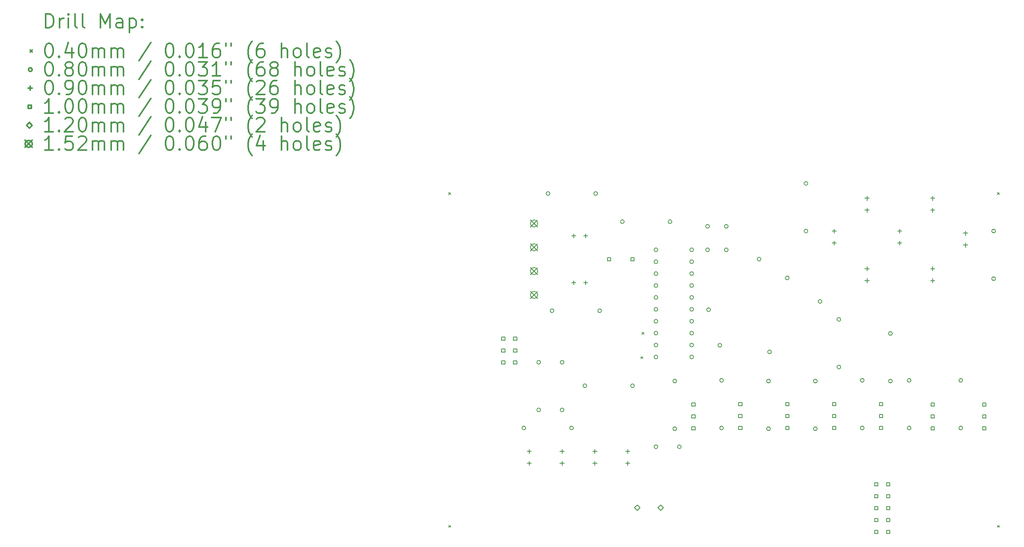
<source format=gbr>
%FSLAX45Y45*%
G04 Gerber Fmt 4.5, Leading zero omitted, Abs format (unit mm)*
G04 Created by KiCad (PCBNEW 5.1.8) date 2021-02-12 19:09:45*
%MOMM*%
%LPD*%
G01*
G04 APERTURE LIST*
%ADD10C,0.200000*%
%ADD11C,0.300000*%
G04 APERTURE END LIST*
D10*
X8880000Y-3980000D02*
X8920000Y-4020000D01*
X8920000Y-3980000D02*
X8880000Y-4020000D01*
X8880000Y-11080000D02*
X8920000Y-11120000D01*
X8920000Y-11080000D02*
X8880000Y-11120000D01*
X12980000Y-7480000D02*
X13020000Y-7520000D01*
X13020000Y-7480000D02*
X12980000Y-7520000D01*
X13002000Y-6958000D02*
X13042000Y-6998000D01*
X13042000Y-6958000D02*
X13002000Y-6998000D01*
X20580000Y-3980000D02*
X20620000Y-4020000D01*
X20620000Y-3980000D02*
X20580000Y-4020000D01*
X20580000Y-11080000D02*
X20620000Y-11120000D01*
X20620000Y-11080000D02*
X20580000Y-11120000D01*
X11824000Y-8100000D02*
G75*
G03*
X11824000Y-8100000I-40000J0D01*
G01*
X12840000Y-8100000D02*
G75*
G03*
X12840000Y-8100000I-40000J0D01*
G01*
X19840000Y-7984000D02*
G75*
G03*
X19840000Y-7984000I-40000J0D01*
G01*
X19840000Y-9000000D02*
G75*
G03*
X19840000Y-9000000I-40000J0D01*
G01*
X10840000Y-7600000D02*
G75*
G03*
X10840000Y-7600000I-40000J0D01*
G01*
X10840000Y-8616000D02*
G75*
G03*
X10840000Y-8616000I-40000J0D01*
G01*
X17740000Y-7984000D02*
G75*
G03*
X17740000Y-7984000I-40000J0D01*
G01*
X17740000Y-9000000D02*
G75*
G03*
X17740000Y-9000000I-40000J0D01*
G01*
X15740000Y-8000000D02*
G75*
G03*
X15740000Y-8000000I-40000J0D01*
G01*
X15740000Y-9016000D02*
G75*
G03*
X15740000Y-9016000I-40000J0D01*
G01*
X20540000Y-4800000D02*
G75*
G03*
X20540000Y-4800000I-40000J0D01*
G01*
X20540000Y-5816000D02*
G75*
G03*
X20540000Y-5816000I-40000J0D01*
G01*
X11340000Y-7600000D02*
G75*
G03*
X11340000Y-7600000I-40000J0D01*
G01*
X11340000Y-8616000D02*
G75*
G03*
X11340000Y-8616000I-40000J0D01*
G01*
X16540000Y-3784000D02*
G75*
G03*
X16540000Y-3784000I-40000J0D01*
G01*
X16540000Y-4800000D02*
G75*
G03*
X16540000Y-4800000I-40000J0D01*
G01*
X13340000Y-5200000D02*
G75*
G03*
X13340000Y-5200000I-40000J0D01*
G01*
X13340000Y-5454000D02*
G75*
G03*
X13340000Y-5454000I-40000J0D01*
G01*
X13340000Y-5708000D02*
G75*
G03*
X13340000Y-5708000I-40000J0D01*
G01*
X13340000Y-5962000D02*
G75*
G03*
X13340000Y-5962000I-40000J0D01*
G01*
X13340000Y-6216000D02*
G75*
G03*
X13340000Y-6216000I-40000J0D01*
G01*
X13340000Y-6470000D02*
G75*
G03*
X13340000Y-6470000I-40000J0D01*
G01*
X13340000Y-6724000D02*
G75*
G03*
X13340000Y-6724000I-40000J0D01*
G01*
X13340000Y-6978000D02*
G75*
G03*
X13340000Y-6978000I-40000J0D01*
G01*
X13340000Y-7232000D02*
G75*
G03*
X13340000Y-7232000I-40000J0D01*
G01*
X13340000Y-7486000D02*
G75*
G03*
X13340000Y-7486000I-40000J0D01*
G01*
X14102000Y-5200000D02*
G75*
G03*
X14102000Y-5200000I-40000J0D01*
G01*
X14102000Y-5454000D02*
G75*
G03*
X14102000Y-5454000I-40000J0D01*
G01*
X14102000Y-5708000D02*
G75*
G03*
X14102000Y-5708000I-40000J0D01*
G01*
X14102000Y-5962000D02*
G75*
G03*
X14102000Y-5962000I-40000J0D01*
G01*
X14102000Y-6216000D02*
G75*
G03*
X14102000Y-6216000I-40000J0D01*
G01*
X14102000Y-6470000D02*
G75*
G03*
X14102000Y-6470000I-40000J0D01*
G01*
X14102000Y-6724000D02*
G75*
G03*
X14102000Y-6724000I-40000J0D01*
G01*
X14102000Y-6978000D02*
G75*
G03*
X14102000Y-6978000I-40000J0D01*
G01*
X14102000Y-7232000D02*
G75*
G03*
X14102000Y-7232000I-40000J0D01*
G01*
X14102000Y-7486000D02*
G75*
G03*
X14102000Y-7486000I-40000J0D01*
G01*
X12624000Y-4600000D02*
G75*
G03*
X12624000Y-4600000I-40000J0D01*
G01*
X13640000Y-4600000D02*
G75*
G03*
X13640000Y-4600000I-40000J0D01*
G01*
X11040000Y-4000000D02*
G75*
G03*
X11040000Y-4000000I-40000J0D01*
G01*
X12056000Y-4000000D02*
G75*
G03*
X12056000Y-4000000I-40000J0D01*
G01*
X18740000Y-7984000D02*
G75*
G03*
X18740000Y-7984000I-40000J0D01*
G01*
X18740000Y-9000000D02*
G75*
G03*
X18740000Y-9000000I-40000J0D01*
G01*
X14462369Y-6477631D02*
G75*
G03*
X14462369Y-6477631I-40000J0D01*
G01*
X15540000Y-5400000D02*
G75*
G03*
X15540000Y-5400000I-40000J0D01*
G01*
X11124000Y-6500000D02*
G75*
G03*
X11124000Y-6500000I-40000J0D01*
G01*
X12140000Y-6500000D02*
G75*
G03*
X12140000Y-6500000I-40000J0D01*
G01*
X17240000Y-6684000D02*
G75*
G03*
X17240000Y-6684000I-40000J0D01*
G01*
X17240000Y-7700000D02*
G75*
G03*
X17240000Y-7700000I-40000J0D01*
G01*
X15762369Y-7377631D02*
G75*
G03*
X15762369Y-7377631I-40000J0D01*
G01*
X16840000Y-6300000D02*
G75*
G03*
X16840000Y-6300000I-40000J0D01*
G01*
X18340000Y-6984000D02*
G75*
G03*
X18340000Y-6984000I-40000J0D01*
G01*
X18340000Y-8000000D02*
G75*
G03*
X18340000Y-8000000I-40000J0D01*
G01*
X13740000Y-8000000D02*
G75*
G03*
X13740000Y-8000000I-40000J0D01*
G01*
X13740000Y-9016000D02*
G75*
G03*
X13740000Y-9016000I-40000J0D01*
G01*
X14840000Y-4700000D02*
G75*
G03*
X14840000Y-4700000I-40000J0D01*
G01*
X14840000Y-5200000D02*
G75*
G03*
X14840000Y-5200000I-40000J0D01*
G01*
X13340000Y-9400000D02*
G75*
G03*
X13340000Y-9400000I-40000J0D01*
G01*
X13840000Y-9400000D02*
G75*
G03*
X13840000Y-9400000I-40000J0D01*
G01*
X14740000Y-7984000D02*
G75*
G03*
X14740000Y-7984000I-40000J0D01*
G01*
X14740000Y-9000000D02*
G75*
G03*
X14740000Y-9000000I-40000J0D01*
G01*
X14440000Y-4700000D02*
G75*
G03*
X14440000Y-4700000I-40000J0D01*
G01*
X14440000Y-5200000D02*
G75*
G03*
X14440000Y-5200000I-40000J0D01*
G01*
X14703159Y-7236841D02*
G75*
G03*
X14703159Y-7236841I-40000J0D01*
G01*
X16140000Y-5800000D02*
G75*
G03*
X16140000Y-5800000I-40000J0D01*
G01*
X16740000Y-8000000D02*
G75*
G03*
X16740000Y-8000000I-40000J0D01*
G01*
X16740000Y-9016000D02*
G75*
G03*
X16740000Y-9016000I-40000J0D01*
G01*
X10524000Y-9000000D02*
G75*
G03*
X10524000Y-9000000I-40000J0D01*
G01*
X11540000Y-9000000D02*
G75*
G03*
X11540000Y-9000000I-40000J0D01*
G01*
X12000000Y-9455000D02*
X12000000Y-9545000D01*
X11955000Y-9500000D02*
X12045000Y-9500000D01*
X12000000Y-9709000D02*
X12000000Y-9799000D01*
X11955000Y-9754000D02*
X12045000Y-9754000D01*
X11546000Y-5855000D02*
X11546000Y-5945000D01*
X11501000Y-5900000D02*
X11591000Y-5900000D01*
X11800000Y-5855000D02*
X11800000Y-5945000D01*
X11755000Y-5900000D02*
X11845000Y-5900000D01*
X11546000Y-4855000D02*
X11546000Y-4945000D01*
X11501000Y-4900000D02*
X11591000Y-4900000D01*
X11800000Y-4855000D02*
X11800000Y-4945000D01*
X11755000Y-4900000D02*
X11845000Y-4900000D01*
X18500000Y-4755000D02*
X18500000Y-4845000D01*
X18455000Y-4800000D02*
X18545000Y-4800000D01*
X18500000Y-5009000D02*
X18500000Y-5099000D01*
X18455000Y-5054000D02*
X18545000Y-5054000D01*
X19200000Y-5555000D02*
X19200000Y-5645000D01*
X19155000Y-5600000D02*
X19245000Y-5600000D01*
X19200000Y-5809000D02*
X19200000Y-5899000D01*
X19155000Y-5854000D02*
X19245000Y-5854000D01*
X19900000Y-4801000D02*
X19900000Y-4891000D01*
X19855000Y-4846000D02*
X19945000Y-4846000D01*
X19900000Y-5055000D02*
X19900000Y-5145000D01*
X19855000Y-5100000D02*
X19945000Y-5100000D01*
X17100000Y-4755000D02*
X17100000Y-4845000D01*
X17055000Y-4800000D02*
X17145000Y-4800000D01*
X17100000Y-5009000D02*
X17100000Y-5099000D01*
X17055000Y-5054000D02*
X17145000Y-5054000D01*
X12700000Y-9455000D02*
X12700000Y-9545000D01*
X12655000Y-9500000D02*
X12745000Y-9500000D01*
X12700000Y-9709000D02*
X12700000Y-9799000D01*
X12655000Y-9754000D02*
X12745000Y-9754000D01*
X19200000Y-4055000D02*
X19200000Y-4145000D01*
X19155000Y-4100000D02*
X19245000Y-4100000D01*
X19200000Y-4309000D02*
X19200000Y-4399000D01*
X19155000Y-4354000D02*
X19245000Y-4354000D01*
X11300000Y-9455000D02*
X11300000Y-9545000D01*
X11255000Y-9500000D02*
X11345000Y-9500000D01*
X11300000Y-9709000D02*
X11300000Y-9799000D01*
X11255000Y-9754000D02*
X11345000Y-9754000D01*
X17800000Y-4055000D02*
X17800000Y-4145000D01*
X17755000Y-4100000D02*
X17845000Y-4100000D01*
X17800000Y-4309000D02*
X17800000Y-4399000D01*
X17755000Y-4354000D02*
X17845000Y-4354000D01*
X10600000Y-9455000D02*
X10600000Y-9545000D01*
X10555000Y-9500000D02*
X10645000Y-9500000D01*
X10600000Y-9709000D02*
X10600000Y-9799000D01*
X10555000Y-9754000D02*
X10645000Y-9754000D01*
X17800000Y-5555000D02*
X17800000Y-5645000D01*
X17755000Y-5600000D02*
X17845000Y-5600000D01*
X17800000Y-5809000D02*
X17800000Y-5899000D01*
X17755000Y-5854000D02*
X17845000Y-5854000D01*
X20335356Y-8535356D02*
X20335356Y-8464644D01*
X20264644Y-8464644D01*
X20264644Y-8535356D01*
X20335356Y-8535356D01*
X20335356Y-8789356D02*
X20335356Y-8718644D01*
X20264644Y-8718644D01*
X20264644Y-8789356D01*
X20335356Y-8789356D01*
X20335356Y-9043356D02*
X20335356Y-8972644D01*
X20264644Y-8972644D01*
X20264644Y-9043356D01*
X20335356Y-9043356D01*
X12335356Y-5435356D02*
X12335356Y-5364644D01*
X12264644Y-5364644D01*
X12264644Y-5435356D01*
X12335356Y-5435356D01*
X12835356Y-5435356D02*
X12835356Y-5364644D01*
X12764644Y-5364644D01*
X12764644Y-5435356D01*
X12835356Y-5435356D01*
X17135356Y-8527356D02*
X17135356Y-8456644D01*
X17064644Y-8456644D01*
X17064644Y-8527356D01*
X17135356Y-8527356D01*
X17135356Y-8781356D02*
X17135356Y-8710644D01*
X17064644Y-8710644D01*
X17064644Y-8781356D01*
X17135356Y-8781356D01*
X17135356Y-9035356D02*
X17135356Y-8964644D01*
X17064644Y-8964644D01*
X17064644Y-9035356D01*
X17135356Y-9035356D01*
X18035356Y-10235356D02*
X18035356Y-10164644D01*
X17964644Y-10164644D01*
X17964644Y-10235356D01*
X18035356Y-10235356D01*
X18035356Y-10489356D02*
X18035356Y-10418644D01*
X17964644Y-10418644D01*
X17964644Y-10489356D01*
X18035356Y-10489356D01*
X18035356Y-10743356D02*
X18035356Y-10672644D01*
X17964644Y-10672644D01*
X17964644Y-10743356D01*
X18035356Y-10743356D01*
X18035356Y-10997356D02*
X18035356Y-10926644D01*
X17964644Y-10926644D01*
X17964644Y-10997356D01*
X18035356Y-10997356D01*
X18035356Y-11251356D02*
X18035356Y-11180644D01*
X17964644Y-11180644D01*
X17964644Y-11251356D01*
X18035356Y-11251356D01*
X18289356Y-10235356D02*
X18289356Y-10164644D01*
X18218644Y-10164644D01*
X18218644Y-10235356D01*
X18289356Y-10235356D01*
X18289356Y-10489356D02*
X18289356Y-10418644D01*
X18218644Y-10418644D01*
X18218644Y-10489356D01*
X18289356Y-10489356D01*
X18289356Y-10743356D02*
X18289356Y-10672644D01*
X18218644Y-10672644D01*
X18218644Y-10743356D01*
X18289356Y-10743356D01*
X18289356Y-10997356D02*
X18289356Y-10926644D01*
X18218644Y-10926644D01*
X18218644Y-10997356D01*
X18289356Y-10997356D01*
X18289356Y-11251356D02*
X18289356Y-11180644D01*
X18218644Y-11180644D01*
X18218644Y-11251356D01*
X18289356Y-11251356D01*
X18135356Y-8527356D02*
X18135356Y-8456644D01*
X18064644Y-8456644D01*
X18064644Y-8527356D01*
X18135356Y-8527356D01*
X18135356Y-8781356D02*
X18135356Y-8710644D01*
X18064644Y-8710644D01*
X18064644Y-8781356D01*
X18135356Y-8781356D01*
X18135356Y-9035356D02*
X18135356Y-8964644D01*
X18064644Y-8964644D01*
X18064644Y-9035356D01*
X18135356Y-9035356D01*
X10081356Y-7127356D02*
X10081356Y-7056644D01*
X10010644Y-7056644D01*
X10010644Y-7127356D01*
X10081356Y-7127356D01*
X10081356Y-7381356D02*
X10081356Y-7310644D01*
X10010644Y-7310644D01*
X10010644Y-7381356D01*
X10081356Y-7381356D01*
X10081356Y-7635356D02*
X10081356Y-7564644D01*
X10010644Y-7564644D01*
X10010644Y-7635356D01*
X10081356Y-7635356D01*
X10335356Y-7127356D02*
X10335356Y-7056644D01*
X10264644Y-7056644D01*
X10264644Y-7127356D01*
X10335356Y-7127356D01*
X10335356Y-7381356D02*
X10335356Y-7310644D01*
X10264644Y-7310644D01*
X10264644Y-7381356D01*
X10335356Y-7381356D01*
X10335356Y-7635356D02*
X10335356Y-7564644D01*
X10264644Y-7564644D01*
X10264644Y-7635356D01*
X10335356Y-7635356D01*
X15135356Y-8527356D02*
X15135356Y-8456644D01*
X15064644Y-8456644D01*
X15064644Y-8527356D01*
X15135356Y-8527356D01*
X15135356Y-8781356D02*
X15135356Y-8710644D01*
X15064644Y-8710644D01*
X15064644Y-8781356D01*
X15135356Y-8781356D01*
X15135356Y-9035356D02*
X15135356Y-8964644D01*
X15064644Y-8964644D01*
X15064644Y-9035356D01*
X15135356Y-9035356D01*
X16135356Y-8527356D02*
X16135356Y-8456644D01*
X16064644Y-8456644D01*
X16064644Y-8527356D01*
X16135356Y-8527356D01*
X16135356Y-8781356D02*
X16135356Y-8710644D01*
X16064644Y-8710644D01*
X16064644Y-8781356D01*
X16135356Y-8781356D01*
X16135356Y-9035356D02*
X16135356Y-8964644D01*
X16064644Y-8964644D01*
X16064644Y-9035356D01*
X16135356Y-9035356D01*
X14135356Y-8535356D02*
X14135356Y-8464644D01*
X14064644Y-8464644D01*
X14064644Y-8535356D01*
X14135356Y-8535356D01*
X14135356Y-8789356D02*
X14135356Y-8718644D01*
X14064644Y-8718644D01*
X14064644Y-8789356D01*
X14135356Y-8789356D01*
X14135356Y-9043356D02*
X14135356Y-8972644D01*
X14064644Y-8972644D01*
X14064644Y-9043356D01*
X14135356Y-9043356D01*
X19235356Y-8535356D02*
X19235356Y-8464644D01*
X19164644Y-8464644D01*
X19164644Y-8535356D01*
X19235356Y-8535356D01*
X19235356Y-8789356D02*
X19235356Y-8718644D01*
X19164644Y-8718644D01*
X19164644Y-8789356D01*
X19235356Y-8789356D01*
X19235356Y-9043356D02*
X19235356Y-8972644D01*
X19164644Y-8972644D01*
X19164644Y-9043356D01*
X19235356Y-9043356D01*
X12900000Y-10760000D02*
X12960000Y-10700000D01*
X12900000Y-10640000D01*
X12840000Y-10700000D01*
X12900000Y-10760000D01*
X13400000Y-10760000D02*
X13460000Y-10700000D01*
X13400000Y-10640000D01*
X13340000Y-10700000D01*
X13400000Y-10760000D01*
X10626000Y-4562000D02*
X10778000Y-4714000D01*
X10778000Y-4562000D02*
X10626000Y-4714000D01*
X10778000Y-4638000D02*
G75*
G03*
X10778000Y-4638000I-76000J0D01*
G01*
X10626000Y-5070000D02*
X10778000Y-5222000D01*
X10778000Y-5070000D02*
X10626000Y-5222000D01*
X10778000Y-5146000D02*
G75*
G03*
X10778000Y-5146000I-76000J0D01*
G01*
X10626000Y-5578000D02*
X10778000Y-5730000D01*
X10778000Y-5578000D02*
X10626000Y-5730000D01*
X10778000Y-5654000D02*
G75*
G03*
X10778000Y-5654000I-76000J0D01*
G01*
X10626000Y-6086000D02*
X10778000Y-6238000D01*
X10778000Y-6086000D02*
X10626000Y-6238000D01*
X10778000Y-6162000D02*
G75*
G03*
X10778000Y-6162000I-76000J0D01*
G01*
D11*
X286429Y-465714D02*
X286429Y-165714D01*
X357857Y-165714D01*
X400714Y-180000D01*
X429286Y-208571D01*
X443571Y-237143D01*
X457857Y-294286D01*
X457857Y-337143D01*
X443571Y-394286D01*
X429286Y-422857D01*
X400714Y-451428D01*
X357857Y-465714D01*
X286429Y-465714D01*
X586429Y-465714D02*
X586429Y-265714D01*
X586429Y-322857D02*
X600714Y-294286D01*
X615000Y-280000D01*
X643571Y-265714D01*
X672143Y-265714D01*
X772143Y-465714D02*
X772143Y-265714D01*
X772143Y-165714D02*
X757857Y-180000D01*
X772143Y-194286D01*
X786428Y-180000D01*
X772143Y-165714D01*
X772143Y-194286D01*
X957857Y-465714D02*
X929286Y-451428D01*
X915000Y-422857D01*
X915000Y-165714D01*
X1115000Y-465714D02*
X1086429Y-451428D01*
X1072143Y-422857D01*
X1072143Y-165714D01*
X1457857Y-465714D02*
X1457857Y-165714D01*
X1557857Y-380000D01*
X1657857Y-165714D01*
X1657857Y-465714D01*
X1929286Y-465714D02*
X1929286Y-308571D01*
X1915000Y-280000D01*
X1886428Y-265714D01*
X1829286Y-265714D01*
X1800714Y-280000D01*
X1929286Y-451428D02*
X1900714Y-465714D01*
X1829286Y-465714D01*
X1800714Y-451428D01*
X1786428Y-422857D01*
X1786428Y-394286D01*
X1800714Y-365714D01*
X1829286Y-351428D01*
X1900714Y-351428D01*
X1929286Y-337143D01*
X2072143Y-265714D02*
X2072143Y-565714D01*
X2072143Y-280000D02*
X2100714Y-265714D01*
X2157857Y-265714D01*
X2186429Y-280000D01*
X2200714Y-294286D01*
X2215000Y-322857D01*
X2215000Y-408571D01*
X2200714Y-437143D01*
X2186429Y-451428D01*
X2157857Y-465714D01*
X2100714Y-465714D01*
X2072143Y-451428D01*
X2343571Y-437143D02*
X2357857Y-451428D01*
X2343571Y-465714D01*
X2329286Y-451428D01*
X2343571Y-437143D01*
X2343571Y-465714D01*
X2343571Y-280000D02*
X2357857Y-294286D01*
X2343571Y-308571D01*
X2329286Y-294286D01*
X2343571Y-280000D01*
X2343571Y-308571D01*
X-40000Y-940000D02*
X0Y-980000D01*
X0Y-940000D02*
X-40000Y-980000D01*
X343571Y-795714D02*
X372143Y-795714D01*
X400714Y-810000D01*
X415000Y-824286D01*
X429286Y-852857D01*
X443571Y-910000D01*
X443571Y-981428D01*
X429286Y-1038571D01*
X415000Y-1067143D01*
X400714Y-1081429D01*
X372143Y-1095714D01*
X343571Y-1095714D01*
X315000Y-1081429D01*
X300714Y-1067143D01*
X286429Y-1038571D01*
X272143Y-981428D01*
X272143Y-910000D01*
X286429Y-852857D01*
X300714Y-824286D01*
X315000Y-810000D01*
X343571Y-795714D01*
X572143Y-1067143D02*
X586429Y-1081429D01*
X572143Y-1095714D01*
X557857Y-1081429D01*
X572143Y-1067143D01*
X572143Y-1095714D01*
X843571Y-895714D02*
X843571Y-1095714D01*
X772143Y-781428D02*
X700714Y-995714D01*
X886428Y-995714D01*
X1057857Y-795714D02*
X1086429Y-795714D01*
X1115000Y-810000D01*
X1129286Y-824286D01*
X1143571Y-852857D01*
X1157857Y-910000D01*
X1157857Y-981428D01*
X1143571Y-1038571D01*
X1129286Y-1067143D01*
X1115000Y-1081429D01*
X1086429Y-1095714D01*
X1057857Y-1095714D01*
X1029286Y-1081429D01*
X1015000Y-1067143D01*
X1000714Y-1038571D01*
X986428Y-981428D01*
X986428Y-910000D01*
X1000714Y-852857D01*
X1015000Y-824286D01*
X1029286Y-810000D01*
X1057857Y-795714D01*
X1286429Y-1095714D02*
X1286429Y-895714D01*
X1286429Y-924286D02*
X1300714Y-910000D01*
X1329286Y-895714D01*
X1372143Y-895714D01*
X1400714Y-910000D01*
X1415000Y-938571D01*
X1415000Y-1095714D01*
X1415000Y-938571D02*
X1429286Y-910000D01*
X1457857Y-895714D01*
X1500714Y-895714D01*
X1529286Y-910000D01*
X1543571Y-938571D01*
X1543571Y-1095714D01*
X1686428Y-1095714D02*
X1686428Y-895714D01*
X1686428Y-924286D02*
X1700714Y-910000D01*
X1729286Y-895714D01*
X1772143Y-895714D01*
X1800714Y-910000D01*
X1815000Y-938571D01*
X1815000Y-1095714D01*
X1815000Y-938571D02*
X1829286Y-910000D01*
X1857857Y-895714D01*
X1900714Y-895714D01*
X1929286Y-910000D01*
X1943571Y-938571D01*
X1943571Y-1095714D01*
X2529286Y-781428D02*
X2272143Y-1167143D01*
X2915000Y-795714D02*
X2943571Y-795714D01*
X2972143Y-810000D01*
X2986428Y-824286D01*
X3000714Y-852857D01*
X3015000Y-910000D01*
X3015000Y-981428D01*
X3000714Y-1038571D01*
X2986428Y-1067143D01*
X2972143Y-1081429D01*
X2943571Y-1095714D01*
X2915000Y-1095714D01*
X2886428Y-1081429D01*
X2872143Y-1067143D01*
X2857857Y-1038571D01*
X2843571Y-981428D01*
X2843571Y-910000D01*
X2857857Y-852857D01*
X2872143Y-824286D01*
X2886428Y-810000D01*
X2915000Y-795714D01*
X3143571Y-1067143D02*
X3157857Y-1081429D01*
X3143571Y-1095714D01*
X3129286Y-1081429D01*
X3143571Y-1067143D01*
X3143571Y-1095714D01*
X3343571Y-795714D02*
X3372143Y-795714D01*
X3400714Y-810000D01*
X3415000Y-824286D01*
X3429286Y-852857D01*
X3443571Y-910000D01*
X3443571Y-981428D01*
X3429286Y-1038571D01*
X3415000Y-1067143D01*
X3400714Y-1081429D01*
X3372143Y-1095714D01*
X3343571Y-1095714D01*
X3315000Y-1081429D01*
X3300714Y-1067143D01*
X3286428Y-1038571D01*
X3272143Y-981428D01*
X3272143Y-910000D01*
X3286428Y-852857D01*
X3300714Y-824286D01*
X3315000Y-810000D01*
X3343571Y-795714D01*
X3729286Y-1095714D02*
X3557857Y-1095714D01*
X3643571Y-1095714D02*
X3643571Y-795714D01*
X3615000Y-838571D01*
X3586428Y-867143D01*
X3557857Y-881428D01*
X3986428Y-795714D02*
X3929286Y-795714D01*
X3900714Y-810000D01*
X3886428Y-824286D01*
X3857857Y-867143D01*
X3843571Y-924286D01*
X3843571Y-1038571D01*
X3857857Y-1067143D01*
X3872143Y-1081429D01*
X3900714Y-1095714D01*
X3957857Y-1095714D01*
X3986428Y-1081429D01*
X4000714Y-1067143D01*
X4015000Y-1038571D01*
X4015000Y-967143D01*
X4000714Y-938571D01*
X3986428Y-924286D01*
X3957857Y-910000D01*
X3900714Y-910000D01*
X3872143Y-924286D01*
X3857857Y-938571D01*
X3843571Y-967143D01*
X4129286Y-795714D02*
X4129286Y-852857D01*
X4243571Y-795714D02*
X4243571Y-852857D01*
X4686429Y-1210000D02*
X4672143Y-1195714D01*
X4643571Y-1152857D01*
X4629286Y-1124286D01*
X4615000Y-1081429D01*
X4600714Y-1010000D01*
X4600714Y-952857D01*
X4615000Y-881428D01*
X4629286Y-838571D01*
X4643571Y-810000D01*
X4672143Y-767143D01*
X4686429Y-752857D01*
X4929286Y-795714D02*
X4872143Y-795714D01*
X4843571Y-810000D01*
X4829286Y-824286D01*
X4800714Y-867143D01*
X4786429Y-924286D01*
X4786429Y-1038571D01*
X4800714Y-1067143D01*
X4815000Y-1081429D01*
X4843571Y-1095714D01*
X4900714Y-1095714D01*
X4929286Y-1081429D01*
X4943571Y-1067143D01*
X4957857Y-1038571D01*
X4957857Y-967143D01*
X4943571Y-938571D01*
X4929286Y-924286D01*
X4900714Y-910000D01*
X4843571Y-910000D01*
X4815000Y-924286D01*
X4800714Y-938571D01*
X4786429Y-967143D01*
X5315000Y-1095714D02*
X5315000Y-795714D01*
X5443571Y-1095714D02*
X5443571Y-938571D01*
X5429286Y-910000D01*
X5400714Y-895714D01*
X5357857Y-895714D01*
X5329286Y-910000D01*
X5315000Y-924286D01*
X5629286Y-1095714D02*
X5600714Y-1081429D01*
X5586429Y-1067143D01*
X5572143Y-1038571D01*
X5572143Y-952857D01*
X5586429Y-924286D01*
X5600714Y-910000D01*
X5629286Y-895714D01*
X5672143Y-895714D01*
X5700714Y-910000D01*
X5715000Y-924286D01*
X5729286Y-952857D01*
X5729286Y-1038571D01*
X5715000Y-1067143D01*
X5700714Y-1081429D01*
X5672143Y-1095714D01*
X5629286Y-1095714D01*
X5900714Y-1095714D02*
X5872143Y-1081429D01*
X5857857Y-1052857D01*
X5857857Y-795714D01*
X6129286Y-1081429D02*
X6100714Y-1095714D01*
X6043571Y-1095714D01*
X6015000Y-1081429D01*
X6000714Y-1052857D01*
X6000714Y-938571D01*
X6015000Y-910000D01*
X6043571Y-895714D01*
X6100714Y-895714D01*
X6129286Y-910000D01*
X6143571Y-938571D01*
X6143571Y-967143D01*
X6000714Y-995714D01*
X6257857Y-1081429D02*
X6286428Y-1095714D01*
X6343571Y-1095714D01*
X6372143Y-1081429D01*
X6386428Y-1052857D01*
X6386428Y-1038571D01*
X6372143Y-1010000D01*
X6343571Y-995714D01*
X6300714Y-995714D01*
X6272143Y-981428D01*
X6257857Y-952857D01*
X6257857Y-938571D01*
X6272143Y-910000D01*
X6300714Y-895714D01*
X6343571Y-895714D01*
X6372143Y-910000D01*
X6486428Y-1210000D02*
X6500714Y-1195714D01*
X6529286Y-1152857D01*
X6543571Y-1124286D01*
X6557857Y-1081429D01*
X6572143Y-1010000D01*
X6572143Y-952857D01*
X6557857Y-881428D01*
X6543571Y-838571D01*
X6529286Y-810000D01*
X6500714Y-767143D01*
X6486428Y-752857D01*
X0Y-1356000D02*
G75*
G03*
X0Y-1356000I-40000J0D01*
G01*
X343571Y-1191714D02*
X372143Y-1191714D01*
X400714Y-1206000D01*
X415000Y-1220286D01*
X429286Y-1248857D01*
X443571Y-1306000D01*
X443571Y-1377429D01*
X429286Y-1434571D01*
X415000Y-1463143D01*
X400714Y-1477428D01*
X372143Y-1491714D01*
X343571Y-1491714D01*
X315000Y-1477428D01*
X300714Y-1463143D01*
X286429Y-1434571D01*
X272143Y-1377429D01*
X272143Y-1306000D01*
X286429Y-1248857D01*
X300714Y-1220286D01*
X315000Y-1206000D01*
X343571Y-1191714D01*
X572143Y-1463143D02*
X586429Y-1477428D01*
X572143Y-1491714D01*
X557857Y-1477428D01*
X572143Y-1463143D01*
X572143Y-1491714D01*
X757857Y-1320286D02*
X729286Y-1306000D01*
X715000Y-1291714D01*
X700714Y-1263143D01*
X700714Y-1248857D01*
X715000Y-1220286D01*
X729286Y-1206000D01*
X757857Y-1191714D01*
X815000Y-1191714D01*
X843571Y-1206000D01*
X857857Y-1220286D01*
X872143Y-1248857D01*
X872143Y-1263143D01*
X857857Y-1291714D01*
X843571Y-1306000D01*
X815000Y-1320286D01*
X757857Y-1320286D01*
X729286Y-1334571D01*
X715000Y-1348857D01*
X700714Y-1377429D01*
X700714Y-1434571D01*
X715000Y-1463143D01*
X729286Y-1477428D01*
X757857Y-1491714D01*
X815000Y-1491714D01*
X843571Y-1477428D01*
X857857Y-1463143D01*
X872143Y-1434571D01*
X872143Y-1377429D01*
X857857Y-1348857D01*
X843571Y-1334571D01*
X815000Y-1320286D01*
X1057857Y-1191714D02*
X1086429Y-1191714D01*
X1115000Y-1206000D01*
X1129286Y-1220286D01*
X1143571Y-1248857D01*
X1157857Y-1306000D01*
X1157857Y-1377429D01*
X1143571Y-1434571D01*
X1129286Y-1463143D01*
X1115000Y-1477428D01*
X1086429Y-1491714D01*
X1057857Y-1491714D01*
X1029286Y-1477428D01*
X1015000Y-1463143D01*
X1000714Y-1434571D01*
X986428Y-1377429D01*
X986428Y-1306000D01*
X1000714Y-1248857D01*
X1015000Y-1220286D01*
X1029286Y-1206000D01*
X1057857Y-1191714D01*
X1286429Y-1491714D02*
X1286429Y-1291714D01*
X1286429Y-1320286D02*
X1300714Y-1306000D01*
X1329286Y-1291714D01*
X1372143Y-1291714D01*
X1400714Y-1306000D01*
X1415000Y-1334571D01*
X1415000Y-1491714D01*
X1415000Y-1334571D02*
X1429286Y-1306000D01*
X1457857Y-1291714D01*
X1500714Y-1291714D01*
X1529286Y-1306000D01*
X1543571Y-1334571D01*
X1543571Y-1491714D01*
X1686428Y-1491714D02*
X1686428Y-1291714D01*
X1686428Y-1320286D02*
X1700714Y-1306000D01*
X1729286Y-1291714D01*
X1772143Y-1291714D01*
X1800714Y-1306000D01*
X1815000Y-1334571D01*
X1815000Y-1491714D01*
X1815000Y-1334571D02*
X1829286Y-1306000D01*
X1857857Y-1291714D01*
X1900714Y-1291714D01*
X1929286Y-1306000D01*
X1943571Y-1334571D01*
X1943571Y-1491714D01*
X2529286Y-1177429D02*
X2272143Y-1563143D01*
X2915000Y-1191714D02*
X2943571Y-1191714D01*
X2972143Y-1206000D01*
X2986428Y-1220286D01*
X3000714Y-1248857D01*
X3015000Y-1306000D01*
X3015000Y-1377429D01*
X3000714Y-1434571D01*
X2986428Y-1463143D01*
X2972143Y-1477428D01*
X2943571Y-1491714D01*
X2915000Y-1491714D01*
X2886428Y-1477428D01*
X2872143Y-1463143D01*
X2857857Y-1434571D01*
X2843571Y-1377429D01*
X2843571Y-1306000D01*
X2857857Y-1248857D01*
X2872143Y-1220286D01*
X2886428Y-1206000D01*
X2915000Y-1191714D01*
X3143571Y-1463143D02*
X3157857Y-1477428D01*
X3143571Y-1491714D01*
X3129286Y-1477428D01*
X3143571Y-1463143D01*
X3143571Y-1491714D01*
X3343571Y-1191714D02*
X3372143Y-1191714D01*
X3400714Y-1206000D01*
X3415000Y-1220286D01*
X3429286Y-1248857D01*
X3443571Y-1306000D01*
X3443571Y-1377429D01*
X3429286Y-1434571D01*
X3415000Y-1463143D01*
X3400714Y-1477428D01*
X3372143Y-1491714D01*
X3343571Y-1491714D01*
X3315000Y-1477428D01*
X3300714Y-1463143D01*
X3286428Y-1434571D01*
X3272143Y-1377429D01*
X3272143Y-1306000D01*
X3286428Y-1248857D01*
X3300714Y-1220286D01*
X3315000Y-1206000D01*
X3343571Y-1191714D01*
X3543571Y-1191714D02*
X3729286Y-1191714D01*
X3629286Y-1306000D01*
X3672143Y-1306000D01*
X3700714Y-1320286D01*
X3715000Y-1334571D01*
X3729286Y-1363143D01*
X3729286Y-1434571D01*
X3715000Y-1463143D01*
X3700714Y-1477428D01*
X3672143Y-1491714D01*
X3586428Y-1491714D01*
X3557857Y-1477428D01*
X3543571Y-1463143D01*
X4015000Y-1491714D02*
X3843571Y-1491714D01*
X3929286Y-1491714D02*
X3929286Y-1191714D01*
X3900714Y-1234571D01*
X3872143Y-1263143D01*
X3843571Y-1277429D01*
X4129286Y-1191714D02*
X4129286Y-1248857D01*
X4243571Y-1191714D02*
X4243571Y-1248857D01*
X4686429Y-1606000D02*
X4672143Y-1591714D01*
X4643571Y-1548857D01*
X4629286Y-1520286D01*
X4615000Y-1477428D01*
X4600714Y-1406000D01*
X4600714Y-1348857D01*
X4615000Y-1277429D01*
X4629286Y-1234571D01*
X4643571Y-1206000D01*
X4672143Y-1163143D01*
X4686429Y-1148857D01*
X4929286Y-1191714D02*
X4872143Y-1191714D01*
X4843571Y-1206000D01*
X4829286Y-1220286D01*
X4800714Y-1263143D01*
X4786429Y-1320286D01*
X4786429Y-1434571D01*
X4800714Y-1463143D01*
X4815000Y-1477428D01*
X4843571Y-1491714D01*
X4900714Y-1491714D01*
X4929286Y-1477428D01*
X4943571Y-1463143D01*
X4957857Y-1434571D01*
X4957857Y-1363143D01*
X4943571Y-1334571D01*
X4929286Y-1320286D01*
X4900714Y-1306000D01*
X4843571Y-1306000D01*
X4815000Y-1320286D01*
X4800714Y-1334571D01*
X4786429Y-1363143D01*
X5129286Y-1320286D02*
X5100714Y-1306000D01*
X5086429Y-1291714D01*
X5072143Y-1263143D01*
X5072143Y-1248857D01*
X5086429Y-1220286D01*
X5100714Y-1206000D01*
X5129286Y-1191714D01*
X5186429Y-1191714D01*
X5215000Y-1206000D01*
X5229286Y-1220286D01*
X5243571Y-1248857D01*
X5243571Y-1263143D01*
X5229286Y-1291714D01*
X5215000Y-1306000D01*
X5186429Y-1320286D01*
X5129286Y-1320286D01*
X5100714Y-1334571D01*
X5086429Y-1348857D01*
X5072143Y-1377429D01*
X5072143Y-1434571D01*
X5086429Y-1463143D01*
X5100714Y-1477428D01*
X5129286Y-1491714D01*
X5186429Y-1491714D01*
X5215000Y-1477428D01*
X5229286Y-1463143D01*
X5243571Y-1434571D01*
X5243571Y-1377429D01*
X5229286Y-1348857D01*
X5215000Y-1334571D01*
X5186429Y-1320286D01*
X5600714Y-1491714D02*
X5600714Y-1191714D01*
X5729286Y-1491714D02*
X5729286Y-1334571D01*
X5715000Y-1306000D01*
X5686428Y-1291714D01*
X5643571Y-1291714D01*
X5615000Y-1306000D01*
X5600714Y-1320286D01*
X5915000Y-1491714D02*
X5886428Y-1477428D01*
X5872143Y-1463143D01*
X5857857Y-1434571D01*
X5857857Y-1348857D01*
X5872143Y-1320286D01*
X5886428Y-1306000D01*
X5915000Y-1291714D01*
X5957857Y-1291714D01*
X5986428Y-1306000D01*
X6000714Y-1320286D01*
X6015000Y-1348857D01*
X6015000Y-1434571D01*
X6000714Y-1463143D01*
X5986428Y-1477428D01*
X5957857Y-1491714D01*
X5915000Y-1491714D01*
X6186428Y-1491714D02*
X6157857Y-1477428D01*
X6143571Y-1448857D01*
X6143571Y-1191714D01*
X6415000Y-1477428D02*
X6386428Y-1491714D01*
X6329286Y-1491714D01*
X6300714Y-1477428D01*
X6286428Y-1448857D01*
X6286428Y-1334571D01*
X6300714Y-1306000D01*
X6329286Y-1291714D01*
X6386428Y-1291714D01*
X6415000Y-1306000D01*
X6429286Y-1334571D01*
X6429286Y-1363143D01*
X6286428Y-1391714D01*
X6543571Y-1477428D02*
X6572143Y-1491714D01*
X6629286Y-1491714D01*
X6657857Y-1477428D01*
X6672143Y-1448857D01*
X6672143Y-1434571D01*
X6657857Y-1406000D01*
X6629286Y-1391714D01*
X6586428Y-1391714D01*
X6557857Y-1377429D01*
X6543571Y-1348857D01*
X6543571Y-1334571D01*
X6557857Y-1306000D01*
X6586428Y-1291714D01*
X6629286Y-1291714D01*
X6657857Y-1306000D01*
X6772143Y-1606000D02*
X6786428Y-1591714D01*
X6815000Y-1548857D01*
X6829286Y-1520286D01*
X6843571Y-1477428D01*
X6857857Y-1406000D01*
X6857857Y-1348857D01*
X6843571Y-1277429D01*
X6829286Y-1234571D01*
X6815000Y-1206000D01*
X6786428Y-1163143D01*
X6772143Y-1148857D01*
X-45000Y-1707000D02*
X-45000Y-1797000D01*
X-90000Y-1752000D02*
X0Y-1752000D01*
X343571Y-1587714D02*
X372143Y-1587714D01*
X400714Y-1602000D01*
X415000Y-1616286D01*
X429286Y-1644857D01*
X443571Y-1702000D01*
X443571Y-1773428D01*
X429286Y-1830571D01*
X415000Y-1859143D01*
X400714Y-1873428D01*
X372143Y-1887714D01*
X343571Y-1887714D01*
X315000Y-1873428D01*
X300714Y-1859143D01*
X286429Y-1830571D01*
X272143Y-1773428D01*
X272143Y-1702000D01*
X286429Y-1644857D01*
X300714Y-1616286D01*
X315000Y-1602000D01*
X343571Y-1587714D01*
X572143Y-1859143D02*
X586429Y-1873428D01*
X572143Y-1887714D01*
X557857Y-1873428D01*
X572143Y-1859143D01*
X572143Y-1887714D01*
X729286Y-1887714D02*
X786428Y-1887714D01*
X815000Y-1873428D01*
X829286Y-1859143D01*
X857857Y-1816286D01*
X872143Y-1759143D01*
X872143Y-1644857D01*
X857857Y-1616286D01*
X843571Y-1602000D01*
X815000Y-1587714D01*
X757857Y-1587714D01*
X729286Y-1602000D01*
X715000Y-1616286D01*
X700714Y-1644857D01*
X700714Y-1716286D01*
X715000Y-1744857D01*
X729286Y-1759143D01*
X757857Y-1773428D01*
X815000Y-1773428D01*
X843571Y-1759143D01*
X857857Y-1744857D01*
X872143Y-1716286D01*
X1057857Y-1587714D02*
X1086429Y-1587714D01*
X1115000Y-1602000D01*
X1129286Y-1616286D01*
X1143571Y-1644857D01*
X1157857Y-1702000D01*
X1157857Y-1773428D01*
X1143571Y-1830571D01*
X1129286Y-1859143D01*
X1115000Y-1873428D01*
X1086429Y-1887714D01*
X1057857Y-1887714D01*
X1029286Y-1873428D01*
X1015000Y-1859143D01*
X1000714Y-1830571D01*
X986428Y-1773428D01*
X986428Y-1702000D01*
X1000714Y-1644857D01*
X1015000Y-1616286D01*
X1029286Y-1602000D01*
X1057857Y-1587714D01*
X1286429Y-1887714D02*
X1286429Y-1687714D01*
X1286429Y-1716286D02*
X1300714Y-1702000D01*
X1329286Y-1687714D01*
X1372143Y-1687714D01*
X1400714Y-1702000D01*
X1415000Y-1730571D01*
X1415000Y-1887714D01*
X1415000Y-1730571D02*
X1429286Y-1702000D01*
X1457857Y-1687714D01*
X1500714Y-1687714D01*
X1529286Y-1702000D01*
X1543571Y-1730571D01*
X1543571Y-1887714D01*
X1686428Y-1887714D02*
X1686428Y-1687714D01*
X1686428Y-1716286D02*
X1700714Y-1702000D01*
X1729286Y-1687714D01*
X1772143Y-1687714D01*
X1800714Y-1702000D01*
X1815000Y-1730571D01*
X1815000Y-1887714D01*
X1815000Y-1730571D02*
X1829286Y-1702000D01*
X1857857Y-1687714D01*
X1900714Y-1687714D01*
X1929286Y-1702000D01*
X1943571Y-1730571D01*
X1943571Y-1887714D01*
X2529286Y-1573428D02*
X2272143Y-1959143D01*
X2915000Y-1587714D02*
X2943571Y-1587714D01*
X2972143Y-1602000D01*
X2986428Y-1616286D01*
X3000714Y-1644857D01*
X3015000Y-1702000D01*
X3015000Y-1773428D01*
X3000714Y-1830571D01*
X2986428Y-1859143D01*
X2972143Y-1873428D01*
X2943571Y-1887714D01*
X2915000Y-1887714D01*
X2886428Y-1873428D01*
X2872143Y-1859143D01*
X2857857Y-1830571D01*
X2843571Y-1773428D01*
X2843571Y-1702000D01*
X2857857Y-1644857D01*
X2872143Y-1616286D01*
X2886428Y-1602000D01*
X2915000Y-1587714D01*
X3143571Y-1859143D02*
X3157857Y-1873428D01*
X3143571Y-1887714D01*
X3129286Y-1873428D01*
X3143571Y-1859143D01*
X3143571Y-1887714D01*
X3343571Y-1587714D02*
X3372143Y-1587714D01*
X3400714Y-1602000D01*
X3415000Y-1616286D01*
X3429286Y-1644857D01*
X3443571Y-1702000D01*
X3443571Y-1773428D01*
X3429286Y-1830571D01*
X3415000Y-1859143D01*
X3400714Y-1873428D01*
X3372143Y-1887714D01*
X3343571Y-1887714D01*
X3315000Y-1873428D01*
X3300714Y-1859143D01*
X3286428Y-1830571D01*
X3272143Y-1773428D01*
X3272143Y-1702000D01*
X3286428Y-1644857D01*
X3300714Y-1616286D01*
X3315000Y-1602000D01*
X3343571Y-1587714D01*
X3543571Y-1587714D02*
X3729286Y-1587714D01*
X3629286Y-1702000D01*
X3672143Y-1702000D01*
X3700714Y-1716286D01*
X3715000Y-1730571D01*
X3729286Y-1759143D01*
X3729286Y-1830571D01*
X3715000Y-1859143D01*
X3700714Y-1873428D01*
X3672143Y-1887714D01*
X3586428Y-1887714D01*
X3557857Y-1873428D01*
X3543571Y-1859143D01*
X4000714Y-1587714D02*
X3857857Y-1587714D01*
X3843571Y-1730571D01*
X3857857Y-1716286D01*
X3886428Y-1702000D01*
X3957857Y-1702000D01*
X3986428Y-1716286D01*
X4000714Y-1730571D01*
X4015000Y-1759143D01*
X4015000Y-1830571D01*
X4000714Y-1859143D01*
X3986428Y-1873428D01*
X3957857Y-1887714D01*
X3886428Y-1887714D01*
X3857857Y-1873428D01*
X3843571Y-1859143D01*
X4129286Y-1587714D02*
X4129286Y-1644857D01*
X4243571Y-1587714D02*
X4243571Y-1644857D01*
X4686429Y-2002000D02*
X4672143Y-1987714D01*
X4643571Y-1944857D01*
X4629286Y-1916286D01*
X4615000Y-1873428D01*
X4600714Y-1802000D01*
X4600714Y-1744857D01*
X4615000Y-1673428D01*
X4629286Y-1630571D01*
X4643571Y-1602000D01*
X4672143Y-1559143D01*
X4686429Y-1544857D01*
X4786429Y-1616286D02*
X4800714Y-1602000D01*
X4829286Y-1587714D01*
X4900714Y-1587714D01*
X4929286Y-1602000D01*
X4943571Y-1616286D01*
X4957857Y-1644857D01*
X4957857Y-1673428D01*
X4943571Y-1716286D01*
X4772143Y-1887714D01*
X4957857Y-1887714D01*
X5215000Y-1587714D02*
X5157857Y-1587714D01*
X5129286Y-1602000D01*
X5115000Y-1616286D01*
X5086429Y-1659143D01*
X5072143Y-1716286D01*
X5072143Y-1830571D01*
X5086429Y-1859143D01*
X5100714Y-1873428D01*
X5129286Y-1887714D01*
X5186429Y-1887714D01*
X5215000Y-1873428D01*
X5229286Y-1859143D01*
X5243571Y-1830571D01*
X5243571Y-1759143D01*
X5229286Y-1730571D01*
X5215000Y-1716286D01*
X5186429Y-1702000D01*
X5129286Y-1702000D01*
X5100714Y-1716286D01*
X5086429Y-1730571D01*
X5072143Y-1759143D01*
X5600714Y-1887714D02*
X5600714Y-1587714D01*
X5729286Y-1887714D02*
X5729286Y-1730571D01*
X5715000Y-1702000D01*
X5686428Y-1687714D01*
X5643571Y-1687714D01*
X5615000Y-1702000D01*
X5600714Y-1716286D01*
X5915000Y-1887714D02*
X5886428Y-1873428D01*
X5872143Y-1859143D01*
X5857857Y-1830571D01*
X5857857Y-1744857D01*
X5872143Y-1716286D01*
X5886428Y-1702000D01*
X5915000Y-1687714D01*
X5957857Y-1687714D01*
X5986428Y-1702000D01*
X6000714Y-1716286D01*
X6015000Y-1744857D01*
X6015000Y-1830571D01*
X6000714Y-1859143D01*
X5986428Y-1873428D01*
X5957857Y-1887714D01*
X5915000Y-1887714D01*
X6186428Y-1887714D02*
X6157857Y-1873428D01*
X6143571Y-1844857D01*
X6143571Y-1587714D01*
X6415000Y-1873428D02*
X6386428Y-1887714D01*
X6329286Y-1887714D01*
X6300714Y-1873428D01*
X6286428Y-1844857D01*
X6286428Y-1730571D01*
X6300714Y-1702000D01*
X6329286Y-1687714D01*
X6386428Y-1687714D01*
X6415000Y-1702000D01*
X6429286Y-1730571D01*
X6429286Y-1759143D01*
X6286428Y-1787714D01*
X6543571Y-1873428D02*
X6572143Y-1887714D01*
X6629286Y-1887714D01*
X6657857Y-1873428D01*
X6672143Y-1844857D01*
X6672143Y-1830571D01*
X6657857Y-1802000D01*
X6629286Y-1787714D01*
X6586428Y-1787714D01*
X6557857Y-1773428D01*
X6543571Y-1744857D01*
X6543571Y-1730571D01*
X6557857Y-1702000D01*
X6586428Y-1687714D01*
X6629286Y-1687714D01*
X6657857Y-1702000D01*
X6772143Y-2002000D02*
X6786428Y-1987714D01*
X6815000Y-1944857D01*
X6829286Y-1916286D01*
X6843571Y-1873428D01*
X6857857Y-1802000D01*
X6857857Y-1744857D01*
X6843571Y-1673428D01*
X6829286Y-1630571D01*
X6815000Y-1602000D01*
X6786428Y-1559143D01*
X6772143Y-1544857D01*
X-14644Y-2183356D02*
X-14644Y-2112644D01*
X-85356Y-2112644D01*
X-85356Y-2183356D01*
X-14644Y-2183356D01*
X443571Y-2283714D02*
X272143Y-2283714D01*
X357857Y-2283714D02*
X357857Y-1983714D01*
X329286Y-2026571D01*
X300714Y-2055143D01*
X272143Y-2069428D01*
X572143Y-2255143D02*
X586429Y-2269429D01*
X572143Y-2283714D01*
X557857Y-2269429D01*
X572143Y-2255143D01*
X572143Y-2283714D01*
X772143Y-1983714D02*
X800714Y-1983714D01*
X829286Y-1998000D01*
X843571Y-2012286D01*
X857857Y-2040857D01*
X872143Y-2098000D01*
X872143Y-2169429D01*
X857857Y-2226571D01*
X843571Y-2255143D01*
X829286Y-2269429D01*
X800714Y-2283714D01*
X772143Y-2283714D01*
X743571Y-2269429D01*
X729286Y-2255143D01*
X715000Y-2226571D01*
X700714Y-2169429D01*
X700714Y-2098000D01*
X715000Y-2040857D01*
X729286Y-2012286D01*
X743571Y-1998000D01*
X772143Y-1983714D01*
X1057857Y-1983714D02*
X1086429Y-1983714D01*
X1115000Y-1998000D01*
X1129286Y-2012286D01*
X1143571Y-2040857D01*
X1157857Y-2098000D01*
X1157857Y-2169429D01*
X1143571Y-2226571D01*
X1129286Y-2255143D01*
X1115000Y-2269429D01*
X1086429Y-2283714D01*
X1057857Y-2283714D01*
X1029286Y-2269429D01*
X1015000Y-2255143D01*
X1000714Y-2226571D01*
X986428Y-2169429D01*
X986428Y-2098000D01*
X1000714Y-2040857D01*
X1015000Y-2012286D01*
X1029286Y-1998000D01*
X1057857Y-1983714D01*
X1286429Y-2283714D02*
X1286429Y-2083714D01*
X1286429Y-2112286D02*
X1300714Y-2098000D01*
X1329286Y-2083714D01*
X1372143Y-2083714D01*
X1400714Y-2098000D01*
X1415000Y-2126571D01*
X1415000Y-2283714D01*
X1415000Y-2126571D02*
X1429286Y-2098000D01*
X1457857Y-2083714D01*
X1500714Y-2083714D01*
X1529286Y-2098000D01*
X1543571Y-2126571D01*
X1543571Y-2283714D01*
X1686428Y-2283714D02*
X1686428Y-2083714D01*
X1686428Y-2112286D02*
X1700714Y-2098000D01*
X1729286Y-2083714D01*
X1772143Y-2083714D01*
X1800714Y-2098000D01*
X1815000Y-2126571D01*
X1815000Y-2283714D01*
X1815000Y-2126571D02*
X1829286Y-2098000D01*
X1857857Y-2083714D01*
X1900714Y-2083714D01*
X1929286Y-2098000D01*
X1943571Y-2126571D01*
X1943571Y-2283714D01*
X2529286Y-1969428D02*
X2272143Y-2355143D01*
X2915000Y-1983714D02*
X2943571Y-1983714D01*
X2972143Y-1998000D01*
X2986428Y-2012286D01*
X3000714Y-2040857D01*
X3015000Y-2098000D01*
X3015000Y-2169429D01*
X3000714Y-2226571D01*
X2986428Y-2255143D01*
X2972143Y-2269429D01*
X2943571Y-2283714D01*
X2915000Y-2283714D01*
X2886428Y-2269429D01*
X2872143Y-2255143D01*
X2857857Y-2226571D01*
X2843571Y-2169429D01*
X2843571Y-2098000D01*
X2857857Y-2040857D01*
X2872143Y-2012286D01*
X2886428Y-1998000D01*
X2915000Y-1983714D01*
X3143571Y-2255143D02*
X3157857Y-2269429D01*
X3143571Y-2283714D01*
X3129286Y-2269429D01*
X3143571Y-2255143D01*
X3143571Y-2283714D01*
X3343571Y-1983714D02*
X3372143Y-1983714D01*
X3400714Y-1998000D01*
X3415000Y-2012286D01*
X3429286Y-2040857D01*
X3443571Y-2098000D01*
X3443571Y-2169429D01*
X3429286Y-2226571D01*
X3415000Y-2255143D01*
X3400714Y-2269429D01*
X3372143Y-2283714D01*
X3343571Y-2283714D01*
X3315000Y-2269429D01*
X3300714Y-2255143D01*
X3286428Y-2226571D01*
X3272143Y-2169429D01*
X3272143Y-2098000D01*
X3286428Y-2040857D01*
X3300714Y-2012286D01*
X3315000Y-1998000D01*
X3343571Y-1983714D01*
X3543571Y-1983714D02*
X3729286Y-1983714D01*
X3629286Y-2098000D01*
X3672143Y-2098000D01*
X3700714Y-2112286D01*
X3715000Y-2126571D01*
X3729286Y-2155143D01*
X3729286Y-2226571D01*
X3715000Y-2255143D01*
X3700714Y-2269429D01*
X3672143Y-2283714D01*
X3586428Y-2283714D01*
X3557857Y-2269429D01*
X3543571Y-2255143D01*
X3872143Y-2283714D02*
X3929286Y-2283714D01*
X3957857Y-2269429D01*
X3972143Y-2255143D01*
X4000714Y-2212286D01*
X4015000Y-2155143D01*
X4015000Y-2040857D01*
X4000714Y-2012286D01*
X3986428Y-1998000D01*
X3957857Y-1983714D01*
X3900714Y-1983714D01*
X3872143Y-1998000D01*
X3857857Y-2012286D01*
X3843571Y-2040857D01*
X3843571Y-2112286D01*
X3857857Y-2140857D01*
X3872143Y-2155143D01*
X3900714Y-2169429D01*
X3957857Y-2169429D01*
X3986428Y-2155143D01*
X4000714Y-2140857D01*
X4015000Y-2112286D01*
X4129286Y-1983714D02*
X4129286Y-2040857D01*
X4243571Y-1983714D02*
X4243571Y-2040857D01*
X4686429Y-2398000D02*
X4672143Y-2383714D01*
X4643571Y-2340857D01*
X4629286Y-2312286D01*
X4615000Y-2269429D01*
X4600714Y-2198000D01*
X4600714Y-2140857D01*
X4615000Y-2069428D01*
X4629286Y-2026571D01*
X4643571Y-1998000D01*
X4672143Y-1955143D01*
X4686429Y-1940857D01*
X4772143Y-1983714D02*
X4957857Y-1983714D01*
X4857857Y-2098000D01*
X4900714Y-2098000D01*
X4929286Y-2112286D01*
X4943571Y-2126571D01*
X4957857Y-2155143D01*
X4957857Y-2226571D01*
X4943571Y-2255143D01*
X4929286Y-2269429D01*
X4900714Y-2283714D01*
X4815000Y-2283714D01*
X4786429Y-2269429D01*
X4772143Y-2255143D01*
X5100714Y-2283714D02*
X5157857Y-2283714D01*
X5186429Y-2269429D01*
X5200714Y-2255143D01*
X5229286Y-2212286D01*
X5243571Y-2155143D01*
X5243571Y-2040857D01*
X5229286Y-2012286D01*
X5215000Y-1998000D01*
X5186429Y-1983714D01*
X5129286Y-1983714D01*
X5100714Y-1998000D01*
X5086429Y-2012286D01*
X5072143Y-2040857D01*
X5072143Y-2112286D01*
X5086429Y-2140857D01*
X5100714Y-2155143D01*
X5129286Y-2169429D01*
X5186429Y-2169429D01*
X5215000Y-2155143D01*
X5229286Y-2140857D01*
X5243571Y-2112286D01*
X5600714Y-2283714D02*
X5600714Y-1983714D01*
X5729286Y-2283714D02*
X5729286Y-2126571D01*
X5715000Y-2098000D01*
X5686428Y-2083714D01*
X5643571Y-2083714D01*
X5615000Y-2098000D01*
X5600714Y-2112286D01*
X5915000Y-2283714D02*
X5886428Y-2269429D01*
X5872143Y-2255143D01*
X5857857Y-2226571D01*
X5857857Y-2140857D01*
X5872143Y-2112286D01*
X5886428Y-2098000D01*
X5915000Y-2083714D01*
X5957857Y-2083714D01*
X5986428Y-2098000D01*
X6000714Y-2112286D01*
X6015000Y-2140857D01*
X6015000Y-2226571D01*
X6000714Y-2255143D01*
X5986428Y-2269429D01*
X5957857Y-2283714D01*
X5915000Y-2283714D01*
X6186428Y-2283714D02*
X6157857Y-2269429D01*
X6143571Y-2240857D01*
X6143571Y-1983714D01*
X6415000Y-2269429D02*
X6386428Y-2283714D01*
X6329286Y-2283714D01*
X6300714Y-2269429D01*
X6286428Y-2240857D01*
X6286428Y-2126571D01*
X6300714Y-2098000D01*
X6329286Y-2083714D01*
X6386428Y-2083714D01*
X6415000Y-2098000D01*
X6429286Y-2126571D01*
X6429286Y-2155143D01*
X6286428Y-2183714D01*
X6543571Y-2269429D02*
X6572143Y-2283714D01*
X6629286Y-2283714D01*
X6657857Y-2269429D01*
X6672143Y-2240857D01*
X6672143Y-2226571D01*
X6657857Y-2198000D01*
X6629286Y-2183714D01*
X6586428Y-2183714D01*
X6557857Y-2169429D01*
X6543571Y-2140857D01*
X6543571Y-2126571D01*
X6557857Y-2098000D01*
X6586428Y-2083714D01*
X6629286Y-2083714D01*
X6657857Y-2098000D01*
X6772143Y-2398000D02*
X6786428Y-2383714D01*
X6815000Y-2340857D01*
X6829286Y-2312286D01*
X6843571Y-2269429D01*
X6857857Y-2198000D01*
X6857857Y-2140857D01*
X6843571Y-2069428D01*
X6829286Y-2026571D01*
X6815000Y-1998000D01*
X6786428Y-1955143D01*
X6772143Y-1940857D01*
X-60000Y-2604000D02*
X0Y-2544000D01*
X-60000Y-2484000D01*
X-120000Y-2544000D01*
X-60000Y-2604000D01*
X443571Y-2679714D02*
X272143Y-2679714D01*
X357857Y-2679714D02*
X357857Y-2379714D01*
X329286Y-2422571D01*
X300714Y-2451143D01*
X272143Y-2465429D01*
X572143Y-2651143D02*
X586429Y-2665429D01*
X572143Y-2679714D01*
X557857Y-2665429D01*
X572143Y-2651143D01*
X572143Y-2679714D01*
X700714Y-2408286D02*
X715000Y-2394000D01*
X743571Y-2379714D01*
X815000Y-2379714D01*
X843571Y-2394000D01*
X857857Y-2408286D01*
X872143Y-2436857D01*
X872143Y-2465429D01*
X857857Y-2508286D01*
X686429Y-2679714D01*
X872143Y-2679714D01*
X1057857Y-2379714D02*
X1086429Y-2379714D01*
X1115000Y-2394000D01*
X1129286Y-2408286D01*
X1143571Y-2436857D01*
X1157857Y-2494000D01*
X1157857Y-2565429D01*
X1143571Y-2622571D01*
X1129286Y-2651143D01*
X1115000Y-2665429D01*
X1086429Y-2679714D01*
X1057857Y-2679714D01*
X1029286Y-2665429D01*
X1015000Y-2651143D01*
X1000714Y-2622571D01*
X986428Y-2565429D01*
X986428Y-2494000D01*
X1000714Y-2436857D01*
X1015000Y-2408286D01*
X1029286Y-2394000D01*
X1057857Y-2379714D01*
X1286429Y-2679714D02*
X1286429Y-2479714D01*
X1286429Y-2508286D02*
X1300714Y-2494000D01*
X1329286Y-2479714D01*
X1372143Y-2479714D01*
X1400714Y-2494000D01*
X1415000Y-2522571D01*
X1415000Y-2679714D01*
X1415000Y-2522571D02*
X1429286Y-2494000D01*
X1457857Y-2479714D01*
X1500714Y-2479714D01*
X1529286Y-2494000D01*
X1543571Y-2522571D01*
X1543571Y-2679714D01*
X1686428Y-2679714D02*
X1686428Y-2479714D01*
X1686428Y-2508286D02*
X1700714Y-2494000D01*
X1729286Y-2479714D01*
X1772143Y-2479714D01*
X1800714Y-2494000D01*
X1815000Y-2522571D01*
X1815000Y-2679714D01*
X1815000Y-2522571D02*
X1829286Y-2494000D01*
X1857857Y-2479714D01*
X1900714Y-2479714D01*
X1929286Y-2494000D01*
X1943571Y-2522571D01*
X1943571Y-2679714D01*
X2529286Y-2365429D02*
X2272143Y-2751143D01*
X2915000Y-2379714D02*
X2943571Y-2379714D01*
X2972143Y-2394000D01*
X2986428Y-2408286D01*
X3000714Y-2436857D01*
X3015000Y-2494000D01*
X3015000Y-2565429D01*
X3000714Y-2622571D01*
X2986428Y-2651143D01*
X2972143Y-2665429D01*
X2943571Y-2679714D01*
X2915000Y-2679714D01*
X2886428Y-2665429D01*
X2872143Y-2651143D01*
X2857857Y-2622571D01*
X2843571Y-2565429D01*
X2843571Y-2494000D01*
X2857857Y-2436857D01*
X2872143Y-2408286D01*
X2886428Y-2394000D01*
X2915000Y-2379714D01*
X3143571Y-2651143D02*
X3157857Y-2665429D01*
X3143571Y-2679714D01*
X3129286Y-2665429D01*
X3143571Y-2651143D01*
X3143571Y-2679714D01*
X3343571Y-2379714D02*
X3372143Y-2379714D01*
X3400714Y-2394000D01*
X3415000Y-2408286D01*
X3429286Y-2436857D01*
X3443571Y-2494000D01*
X3443571Y-2565429D01*
X3429286Y-2622571D01*
X3415000Y-2651143D01*
X3400714Y-2665429D01*
X3372143Y-2679714D01*
X3343571Y-2679714D01*
X3315000Y-2665429D01*
X3300714Y-2651143D01*
X3286428Y-2622571D01*
X3272143Y-2565429D01*
X3272143Y-2494000D01*
X3286428Y-2436857D01*
X3300714Y-2408286D01*
X3315000Y-2394000D01*
X3343571Y-2379714D01*
X3700714Y-2479714D02*
X3700714Y-2679714D01*
X3629286Y-2365429D02*
X3557857Y-2579714D01*
X3743571Y-2579714D01*
X3829286Y-2379714D02*
X4029286Y-2379714D01*
X3900714Y-2679714D01*
X4129286Y-2379714D02*
X4129286Y-2436857D01*
X4243571Y-2379714D02*
X4243571Y-2436857D01*
X4686429Y-2794000D02*
X4672143Y-2779714D01*
X4643571Y-2736857D01*
X4629286Y-2708286D01*
X4615000Y-2665429D01*
X4600714Y-2594000D01*
X4600714Y-2536857D01*
X4615000Y-2465429D01*
X4629286Y-2422571D01*
X4643571Y-2394000D01*
X4672143Y-2351143D01*
X4686429Y-2336857D01*
X4786429Y-2408286D02*
X4800714Y-2394000D01*
X4829286Y-2379714D01*
X4900714Y-2379714D01*
X4929286Y-2394000D01*
X4943571Y-2408286D01*
X4957857Y-2436857D01*
X4957857Y-2465429D01*
X4943571Y-2508286D01*
X4772143Y-2679714D01*
X4957857Y-2679714D01*
X5315000Y-2679714D02*
X5315000Y-2379714D01*
X5443571Y-2679714D02*
X5443571Y-2522571D01*
X5429286Y-2494000D01*
X5400714Y-2479714D01*
X5357857Y-2479714D01*
X5329286Y-2494000D01*
X5315000Y-2508286D01*
X5629286Y-2679714D02*
X5600714Y-2665429D01*
X5586429Y-2651143D01*
X5572143Y-2622571D01*
X5572143Y-2536857D01*
X5586429Y-2508286D01*
X5600714Y-2494000D01*
X5629286Y-2479714D01*
X5672143Y-2479714D01*
X5700714Y-2494000D01*
X5715000Y-2508286D01*
X5729286Y-2536857D01*
X5729286Y-2622571D01*
X5715000Y-2651143D01*
X5700714Y-2665429D01*
X5672143Y-2679714D01*
X5629286Y-2679714D01*
X5900714Y-2679714D02*
X5872143Y-2665429D01*
X5857857Y-2636857D01*
X5857857Y-2379714D01*
X6129286Y-2665429D02*
X6100714Y-2679714D01*
X6043571Y-2679714D01*
X6015000Y-2665429D01*
X6000714Y-2636857D01*
X6000714Y-2522571D01*
X6015000Y-2494000D01*
X6043571Y-2479714D01*
X6100714Y-2479714D01*
X6129286Y-2494000D01*
X6143571Y-2522571D01*
X6143571Y-2551143D01*
X6000714Y-2579714D01*
X6257857Y-2665429D02*
X6286428Y-2679714D01*
X6343571Y-2679714D01*
X6372143Y-2665429D01*
X6386428Y-2636857D01*
X6386428Y-2622571D01*
X6372143Y-2594000D01*
X6343571Y-2579714D01*
X6300714Y-2579714D01*
X6272143Y-2565429D01*
X6257857Y-2536857D01*
X6257857Y-2522571D01*
X6272143Y-2494000D01*
X6300714Y-2479714D01*
X6343571Y-2479714D01*
X6372143Y-2494000D01*
X6486428Y-2794000D02*
X6500714Y-2779714D01*
X6529286Y-2736857D01*
X6543571Y-2708286D01*
X6557857Y-2665429D01*
X6572143Y-2594000D01*
X6572143Y-2536857D01*
X6557857Y-2465429D01*
X6543571Y-2422571D01*
X6529286Y-2394000D01*
X6500714Y-2351143D01*
X6486428Y-2336857D01*
X-152000Y-2864000D02*
X0Y-3016000D01*
X0Y-2864000D02*
X-152000Y-3016000D01*
X0Y-2940000D02*
G75*
G03*
X0Y-2940000I-76000J0D01*
G01*
X443571Y-3075714D02*
X272143Y-3075714D01*
X357857Y-3075714D02*
X357857Y-2775714D01*
X329286Y-2818571D01*
X300714Y-2847143D01*
X272143Y-2861428D01*
X572143Y-3047143D02*
X586429Y-3061428D01*
X572143Y-3075714D01*
X557857Y-3061428D01*
X572143Y-3047143D01*
X572143Y-3075714D01*
X857857Y-2775714D02*
X715000Y-2775714D01*
X700714Y-2918571D01*
X715000Y-2904286D01*
X743571Y-2890000D01*
X815000Y-2890000D01*
X843571Y-2904286D01*
X857857Y-2918571D01*
X872143Y-2947143D01*
X872143Y-3018571D01*
X857857Y-3047143D01*
X843571Y-3061428D01*
X815000Y-3075714D01*
X743571Y-3075714D01*
X715000Y-3061428D01*
X700714Y-3047143D01*
X986428Y-2804286D02*
X1000714Y-2790000D01*
X1029286Y-2775714D01*
X1100714Y-2775714D01*
X1129286Y-2790000D01*
X1143571Y-2804286D01*
X1157857Y-2832857D01*
X1157857Y-2861428D01*
X1143571Y-2904286D01*
X972143Y-3075714D01*
X1157857Y-3075714D01*
X1286429Y-3075714D02*
X1286429Y-2875714D01*
X1286429Y-2904286D02*
X1300714Y-2890000D01*
X1329286Y-2875714D01*
X1372143Y-2875714D01*
X1400714Y-2890000D01*
X1415000Y-2918571D01*
X1415000Y-3075714D01*
X1415000Y-2918571D02*
X1429286Y-2890000D01*
X1457857Y-2875714D01*
X1500714Y-2875714D01*
X1529286Y-2890000D01*
X1543571Y-2918571D01*
X1543571Y-3075714D01*
X1686428Y-3075714D02*
X1686428Y-2875714D01*
X1686428Y-2904286D02*
X1700714Y-2890000D01*
X1729286Y-2875714D01*
X1772143Y-2875714D01*
X1800714Y-2890000D01*
X1815000Y-2918571D01*
X1815000Y-3075714D01*
X1815000Y-2918571D02*
X1829286Y-2890000D01*
X1857857Y-2875714D01*
X1900714Y-2875714D01*
X1929286Y-2890000D01*
X1943571Y-2918571D01*
X1943571Y-3075714D01*
X2529286Y-2761429D02*
X2272143Y-3147143D01*
X2915000Y-2775714D02*
X2943571Y-2775714D01*
X2972143Y-2790000D01*
X2986428Y-2804286D01*
X3000714Y-2832857D01*
X3015000Y-2890000D01*
X3015000Y-2961428D01*
X3000714Y-3018571D01*
X2986428Y-3047143D01*
X2972143Y-3061428D01*
X2943571Y-3075714D01*
X2915000Y-3075714D01*
X2886428Y-3061428D01*
X2872143Y-3047143D01*
X2857857Y-3018571D01*
X2843571Y-2961428D01*
X2843571Y-2890000D01*
X2857857Y-2832857D01*
X2872143Y-2804286D01*
X2886428Y-2790000D01*
X2915000Y-2775714D01*
X3143571Y-3047143D02*
X3157857Y-3061428D01*
X3143571Y-3075714D01*
X3129286Y-3061428D01*
X3143571Y-3047143D01*
X3143571Y-3075714D01*
X3343571Y-2775714D02*
X3372143Y-2775714D01*
X3400714Y-2790000D01*
X3415000Y-2804286D01*
X3429286Y-2832857D01*
X3443571Y-2890000D01*
X3443571Y-2961428D01*
X3429286Y-3018571D01*
X3415000Y-3047143D01*
X3400714Y-3061428D01*
X3372143Y-3075714D01*
X3343571Y-3075714D01*
X3315000Y-3061428D01*
X3300714Y-3047143D01*
X3286428Y-3018571D01*
X3272143Y-2961428D01*
X3272143Y-2890000D01*
X3286428Y-2832857D01*
X3300714Y-2804286D01*
X3315000Y-2790000D01*
X3343571Y-2775714D01*
X3700714Y-2775714D02*
X3643571Y-2775714D01*
X3615000Y-2790000D01*
X3600714Y-2804286D01*
X3572143Y-2847143D01*
X3557857Y-2904286D01*
X3557857Y-3018571D01*
X3572143Y-3047143D01*
X3586428Y-3061428D01*
X3615000Y-3075714D01*
X3672143Y-3075714D01*
X3700714Y-3061428D01*
X3715000Y-3047143D01*
X3729286Y-3018571D01*
X3729286Y-2947143D01*
X3715000Y-2918571D01*
X3700714Y-2904286D01*
X3672143Y-2890000D01*
X3615000Y-2890000D01*
X3586428Y-2904286D01*
X3572143Y-2918571D01*
X3557857Y-2947143D01*
X3915000Y-2775714D02*
X3943571Y-2775714D01*
X3972143Y-2790000D01*
X3986428Y-2804286D01*
X4000714Y-2832857D01*
X4015000Y-2890000D01*
X4015000Y-2961428D01*
X4000714Y-3018571D01*
X3986428Y-3047143D01*
X3972143Y-3061428D01*
X3943571Y-3075714D01*
X3915000Y-3075714D01*
X3886428Y-3061428D01*
X3872143Y-3047143D01*
X3857857Y-3018571D01*
X3843571Y-2961428D01*
X3843571Y-2890000D01*
X3857857Y-2832857D01*
X3872143Y-2804286D01*
X3886428Y-2790000D01*
X3915000Y-2775714D01*
X4129286Y-2775714D02*
X4129286Y-2832857D01*
X4243571Y-2775714D02*
X4243571Y-2832857D01*
X4686429Y-3190000D02*
X4672143Y-3175714D01*
X4643571Y-3132857D01*
X4629286Y-3104286D01*
X4615000Y-3061428D01*
X4600714Y-2990000D01*
X4600714Y-2932857D01*
X4615000Y-2861428D01*
X4629286Y-2818571D01*
X4643571Y-2790000D01*
X4672143Y-2747143D01*
X4686429Y-2732857D01*
X4929286Y-2875714D02*
X4929286Y-3075714D01*
X4857857Y-2761429D02*
X4786429Y-2975714D01*
X4972143Y-2975714D01*
X5315000Y-3075714D02*
X5315000Y-2775714D01*
X5443571Y-3075714D02*
X5443571Y-2918571D01*
X5429286Y-2890000D01*
X5400714Y-2875714D01*
X5357857Y-2875714D01*
X5329286Y-2890000D01*
X5315000Y-2904286D01*
X5629286Y-3075714D02*
X5600714Y-3061428D01*
X5586429Y-3047143D01*
X5572143Y-3018571D01*
X5572143Y-2932857D01*
X5586429Y-2904286D01*
X5600714Y-2890000D01*
X5629286Y-2875714D01*
X5672143Y-2875714D01*
X5700714Y-2890000D01*
X5715000Y-2904286D01*
X5729286Y-2932857D01*
X5729286Y-3018571D01*
X5715000Y-3047143D01*
X5700714Y-3061428D01*
X5672143Y-3075714D01*
X5629286Y-3075714D01*
X5900714Y-3075714D02*
X5872143Y-3061428D01*
X5857857Y-3032857D01*
X5857857Y-2775714D01*
X6129286Y-3061428D02*
X6100714Y-3075714D01*
X6043571Y-3075714D01*
X6015000Y-3061428D01*
X6000714Y-3032857D01*
X6000714Y-2918571D01*
X6015000Y-2890000D01*
X6043571Y-2875714D01*
X6100714Y-2875714D01*
X6129286Y-2890000D01*
X6143571Y-2918571D01*
X6143571Y-2947143D01*
X6000714Y-2975714D01*
X6257857Y-3061428D02*
X6286428Y-3075714D01*
X6343571Y-3075714D01*
X6372143Y-3061428D01*
X6386428Y-3032857D01*
X6386428Y-3018571D01*
X6372143Y-2990000D01*
X6343571Y-2975714D01*
X6300714Y-2975714D01*
X6272143Y-2961428D01*
X6257857Y-2932857D01*
X6257857Y-2918571D01*
X6272143Y-2890000D01*
X6300714Y-2875714D01*
X6343571Y-2875714D01*
X6372143Y-2890000D01*
X6486428Y-3190000D02*
X6500714Y-3175714D01*
X6529286Y-3132857D01*
X6543571Y-3104286D01*
X6557857Y-3061428D01*
X6572143Y-2990000D01*
X6572143Y-2932857D01*
X6557857Y-2861428D01*
X6543571Y-2818571D01*
X6529286Y-2790000D01*
X6500714Y-2747143D01*
X6486428Y-2732857D01*
M02*

</source>
